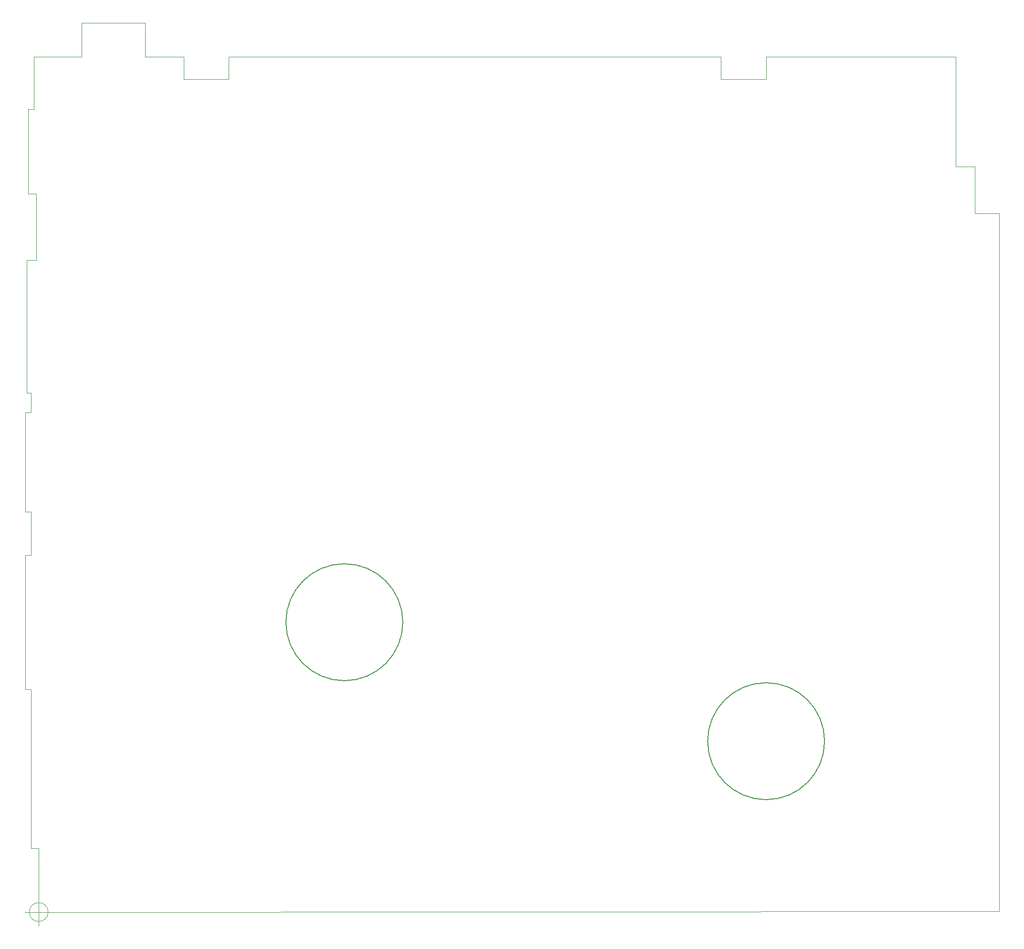
<source format=gm1>
G04 #@! TF.GenerationSoftware,KiCad,Pcbnew,(6.0.1)*
G04 #@! TF.CreationDate,2022-05-02T18:59:31-07:00*
G04 #@! TF.ProjectId,Motherboard,4d6f7468-6572-4626-9f61-72642e6b6963,rev?*
G04 #@! TF.SameCoordinates,Original*
G04 #@! TF.FileFunction,Profile,NP*
%FSLAX46Y46*%
G04 Gerber Fmt 4.6, Leading zero omitted, Abs format (unit mm)*
G04 Created by KiCad (PCBNEW (6.0.1)) date 2022-05-02 18:59:31*
%MOMM*%
%LPD*%
G01*
G04 APERTURE LIST*
G04 #@! TA.AperFunction,Profile*
%ADD10C,0.100000*%
G04 #@! TD*
G04 #@! TA.AperFunction,Profile*
%ADD11C,0.150000*%
G04 #@! TD*
G04 APERTURE END LIST*
D10*
X297250000Y-84800000D02*
X297250000Y-208600000D01*
X125500000Y-169200000D02*
X125500000Y-197400000D01*
D11*
X266269667Y-178400000D02*
G75*
G03*
X266269667Y-178400000I-10369667J0D01*
G01*
D10*
X126500000Y-81300000D02*
X126500000Y-93100000D01*
X134500000Y-51000000D02*
X145800000Y-51000000D01*
X145800000Y-57000000D02*
X152600000Y-57000000D01*
X126500000Y-93100000D02*
X124750000Y-93100000D01*
X124750000Y-116600000D02*
X125500000Y-116600000D01*
X247900000Y-57000000D02*
X247900000Y-61000000D01*
X255900000Y-61000000D02*
X255900000Y-57000000D01*
X160600000Y-57000000D02*
X247900000Y-57000000D01*
X124500000Y-145400000D02*
X124500000Y-169200000D01*
X152600000Y-57000000D02*
X152600000Y-61000000D01*
X125500000Y-137700000D02*
X125500000Y-145400000D01*
X125500000Y-145400000D02*
X124500000Y-145400000D01*
X292950000Y-76500000D02*
X292950000Y-84800000D01*
X292950000Y-84800000D02*
X297250000Y-84800000D01*
X125000000Y-66300000D02*
X126000000Y-66300000D01*
X125500000Y-197400000D02*
X126900000Y-197400000D01*
X126900000Y-208700000D02*
X297250000Y-208600000D01*
X152600000Y-61000000D02*
X160600000Y-61000000D01*
X124500000Y-137700000D02*
X125500000Y-137700000D01*
X126900000Y-197400000D02*
X126900000Y-208700000D01*
X134500000Y-57000000D02*
X134500000Y-51000000D01*
X125500000Y-120100000D02*
X124500000Y-120100000D01*
X126000000Y-57000000D02*
X134500000Y-57000000D01*
X289500000Y-76500000D02*
X292950000Y-76500000D01*
X124500000Y-120100000D02*
X124500000Y-137700000D01*
X125000000Y-81300000D02*
X126500000Y-81300000D01*
X124750000Y-93100000D02*
X124750000Y-116600000D01*
X125000000Y-66300000D02*
X125000000Y-81300000D01*
X125500000Y-116600000D02*
X125500000Y-120100000D01*
X160600000Y-61000000D02*
X160600000Y-57000000D01*
X124500000Y-169200000D02*
X125500000Y-169200000D01*
X289500000Y-57000000D02*
X289500000Y-76500000D01*
X247900000Y-61000000D02*
X255900000Y-61000000D01*
D11*
X191469667Y-157300000D02*
G75*
G03*
X191469667Y-157300000I-10369667J0D01*
G01*
D10*
X145800000Y-51000000D02*
X145800000Y-57000000D01*
X255900000Y-57000000D02*
X289500000Y-57000000D01*
X126000000Y-66300000D02*
X126000000Y-57000000D01*
X128566666Y-208700000D02*
G75*
G03*
X128566666Y-208700000I-1666666J0D01*
G01*
X124400000Y-208700000D02*
X129400000Y-208700000D01*
X126900000Y-206200000D02*
X126900000Y-211200000D01*
M02*

</source>
